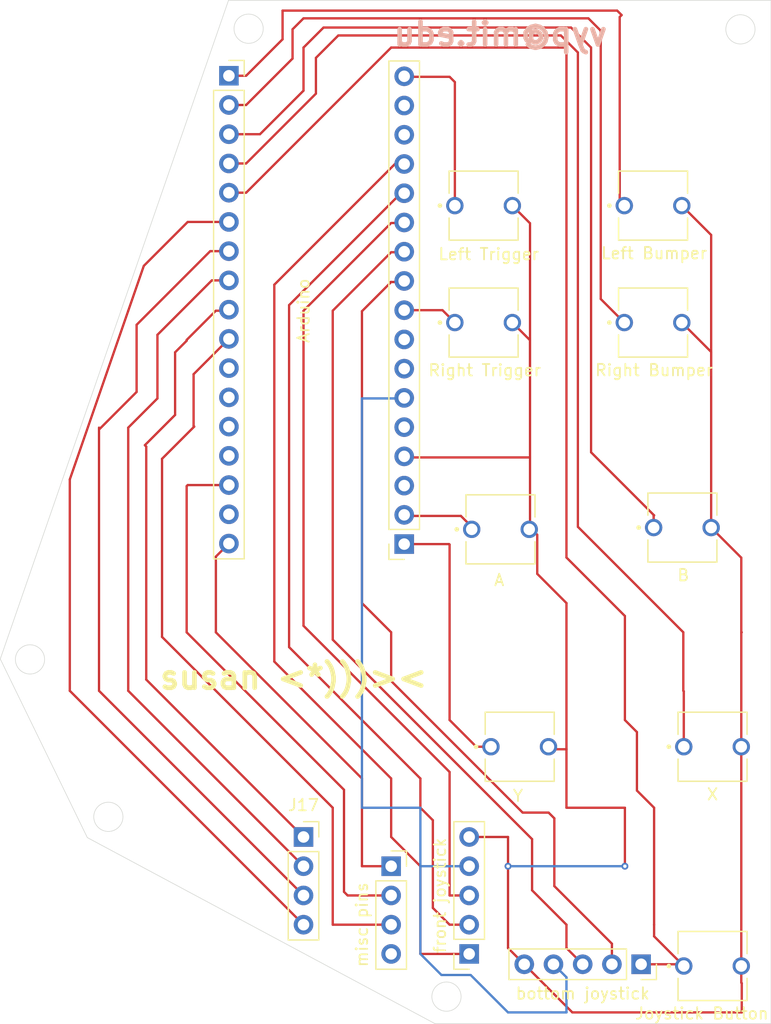
<source format=kicad_pcb>
(kicad_pcb (version 20240108) (generator "pcbnew") (generator_version "8.0")
  (layers (0 "F.Cu" signal) (31 "B.Cu" signal) (34 "B.Paste" user) (35 "F.Paste" user) (36 "B.SilkS" user "B.Silkscreen") (37 "F.SilkS" user "F.Silkscreen") (38 "B.Mask" user) (39 "F.Mask" user) (44 "Edge.Cuts" user))
  (net 0 "")
  (net 1 "/D8")
  (net 2 "/VCC")
  (net 3 "/A0")
  (net 4 "/GND")
  (net 5 "/A1")
  (net 6 "/D16")
  (net 7 "/D6")
  (net 8 "/D7")
  (net 9 "/D17")
  (net 10 "/D11")
  (net 11 "/D10")
  (net 12 "/D15")
  (net 13 "/RST")
  (net 14 "/D14")
  (net 15 "/D5")
  (net 16 "/D2")
  (net 17 "/D3")
  (net 18 "/D12")
  (net 19 "/D9")
  (net 20 "/D4")
  (net 21 "/3V")
  (net 22 "/A2")
  (net 23 "/NC")
  (net 24 "/D13")
  (net 25 "/VIN")
  (net 26 "/A3")
  (net 27 "/A5")
  (net 28 "/A4")
  (net 29 "/REF")
  (net 30 "/D0")
  (net 31 "/D1")
  (footprint "Downloads:SW_BUTT-2" (layer "F.Cu") (at 88.243682 92.654749)
    (property "Reference" "SW13")
    (property "Value" "A" (at -0.111257 4.407114 0) (layer "F.SilkS"))
    (fp_line (start -3 -3) (end 3 -3) (stroke (width 0.127)) (layer "F.SilkS"))
    (fp_line (start -3 -1.075) (end -3 -3) (stroke (width 0.127)) (layer "F.SilkS"))
    (fp_line (start -3 3) (end -3 1.075) (stroke (width 0.127)) (layer "F.SilkS"))
    (fp_line (start 3 -3) (end 3 -1.075) (stroke (width 0.127)) (layer "F.SilkS"))
    (fp_line (start 3 1.075) (end 3 3) (stroke (width 0.127)) (layer "F.SilkS"))
    (fp_line (start 3 3) (end -3 3) (stroke (width 0.127)) (layer "F.SilkS"))
    (fp_circle (center -3.8 0) (end -3.7 0) (stroke (width 0.2)) (fill none) (layer "F.SilkS"))
    (pad "1" thru_hole circle (at -2.5 0) (size 1.508 1.508) (drill 1) (layers "*.Cu" "*.Mask") (net 14 "/D14"))
    (pad "2" thru_hole circle (at 2.5 0) (size 1.508 1.508) (drill 1) (layers "*.Cu" "*.Mask") (net 4 "/GND"))
  )
  (footprint "Connector_PinSocket_2.54mm:PinSocket_1x17_P2.54mm_Vertical" (layer "F.Cu") (at 79.873417 93.935455 180)
    (property "Reference" "J4")
    (property "Value" "Arduino" (at 8.753417 20.275455 -90) (layer "F.SilkS"))
    (fp_line (start 1.33 1.27) (end 1.33 41.97) (stroke (width 0.12)) (layer "F.SilkS"))
    (fp_line (start 1.33 -1.33) (end 1.33 0) (stroke (width 0.12)) (layer "F.SilkS"))
    (fp_line (start 0 -1.33) (end 1.33 -1.33) (stroke (width 0.12)) (layer "F.SilkS"))
    (fp_line (start -1.33 41.97) (end 1.33 41.97) (stroke (width 0.12)) (layer "F.SilkS"))
    (fp_line (start -1.33 1.27) (end 1.33 1.27) (stroke (width 0.12)) (layer "F.SilkS"))
    (fp_line (start -1.33 1.27) (end -1.33 41.97) (stroke (width 0.12)) (layer "F.SilkS"))
    (pad "1" thru_hole rect (at 0 0 180) (size 1.7 1.7) (drill 1) (layers "*.Cu" "*.Mask") (net 12 "/D15"))
    (pad "2" thru_hole oval (at 0 2.54 180) (size 1.7 1.7) (drill 1) (layers "*.Cu" "*.Mask") (net 14 "/D14"))
    (pad "3" thru_hole oval (at 0 5.08 180) (size 1.7 1.7) (drill 1) (layers "*.Cu" "*.Mask") (net 25 "/VIN"))
    (pad "4" thru_hole oval (at 0 7.62 180) (size 1.7 1.7) (drill 1) (layers "*.Cu" "*.Mask") (net 4 "/GND"))
    (pad "5" thru_hole oval (at 0 10.16 180) (size 1.7 1.7) (drill 1) (layers "*.Cu" "*.Mask") (net 13 "/RST"))
    (pad "6" thru_hole oval (at 0 12.7 180) (size 1.7 1.7) (drill 1) (layers "*.Cu" "*.Mask") (net 2 "/VCC"))
    (pad "7" thru_hole oval (at 0 15.24 180) (size 1.7 1.7) (drill 1) (layers "*.Cu" "*.Mask") (net 23 "/NC"))
    (pad "8" thru_hole oval (at 0 17.78 180) (size 1.7 1.7) (drill 1) (layers "*.Cu" "*.Mask") (net 23 "/NC"))
    (pad "9" thru_hole oval (at 0 20.32 180) (size 1.7 1.7) (drill 1) (layers "*.Cu" "*.Mask") (net 27 "/A5"))
    (pad "10" thru_hole oval (at 0 22.86 180) (size 1.7 1.7) (drill 1) (layers "*.Cu" "*.Mask") (net 28 "/A4"))
    (pad "11" thru_hole oval (at 0 25.4 180) (size 1.7 1.7) (drill 1) (layers "*.Cu" "*.Mask") (net 26 "/A3"))
    (pad "12" thru_hole oval (at 0 27.94 180) (size 1.7 1.7) (drill 1) (layers "*.Cu" "*.Mask") (net 22 "/A2"))
    (pad "13" thru_hole oval (at 0 30.48 180) (size 1.7 1.7) (drill 1) (layers "*.Cu" "*.Mask") (net 5 "/A1"))
    (pad "14" thru_hole oval (at 0 33.02 180) (size 1.7 1.7) (drill 1) (layers "*.Cu" "*.Mask") (net 3 "/A0"))
    (pad "15" thru_hole oval (at 0 35.56 180) (size 1.7 1.7) (drill 1) (layers "*.Cu" "*.Mask") (net 29 "/REF"))
    (pad "16" thru_hole oval (at 0 38.1 180) (size 1.7 1.7) (drill 1) (layers "*.Cu" "*.Mask") (net 21 "/3V"))
    (pad "17" thru_hole oval (at 0 40.64 180) (size 1.7 1.7) (drill 1) (layers "*.Cu" "*.Mask") (net 24 "/D13"))
  )
  (footprint "Downloads:SW_BUTT-2" (layer "F.Cu") (at 89.916 111.539427)
    (property "Reference" "SW15")
    (property "Value" "Y" (at -0.150127 4.267728 0) (layer "F.SilkS"))
    (fp_line (start -3 -3) (end 3 -3) (stroke (width 0.127)) (layer "F.SilkS"))
    (fp_line (start -3 -1.075) (end -3 -3) (stroke (width 0.127)) (layer "F.SilkS"))
    (fp_line (start -3 3) (end -3 1.075) (stroke (width 0.127)) (layer "F.SilkS"))
    (fp_line (start 3 -3) (end 3 -1.075) (stroke (width 0.127)) (layer "F.SilkS"))
    (fp_line (start 3 1.075) (end 3 3) (stroke (width 0.127)) (layer "F.SilkS"))
    (fp_line (start 3 3) (end -3 3) (stroke (width 0.127)) (layer "F.SilkS"))
    (fp_circle (center -3.8 0) (end -3.7 0) (stroke (width 0.2)) (fill none) (layer "F.SilkS"))
    (pad "1" thru_hole circle (at -2.5 0) (size 1.508 1.508) (drill 1) (layers "*.Cu" "*.Mask") (net 12 "/D15"))
    (pad "2" thru_hole circle (at 2.5 0) (size 1.508 1.508) (drill 1) (layers "*.Cu" "*.Mask") (net 4 "/GND"))
  )
  (footprint "Downloads:SW_BUTT-2" (layer "F.Cu") (at 86.777054 64.530823)
    (property "Reference" "SW1")
    (property "Value" "Left Trigger" (at 0.443498 4.216453 0) (layer "F.SilkS"))
    (fp_line (start -3 -3) (end 3 -3) (stroke (width 0.127)) (layer "F.SilkS"))
    (fp_line (start -3 -1.075) (end -3 -3) (stroke (width 0.127)) (layer "F.SilkS"))
    (fp_line (start -3 3) (end -3 1.075) (stroke (width 0.127)) (layer "F.SilkS"))
    (fp_line (start 3 -3) (end 3 -1.075) (stroke (width 0.127)) (layer "F.SilkS"))
    (fp_line (start 3 1.075) (end 3 3) (stroke (width 0.127)) (layer "F.SilkS"))
    (fp_line (start 3 3) (end -3 3) (stroke (width 0.127)) (layer "F.SilkS"))
    (fp_circle (center -3.8 0) (end -3.7 0) (stroke (width 0.2)) (fill none) (layer "F.SilkS"))
    (pad "1" thru_hole circle (at -2.5 0) (size 1.508 1.508) (drill 1) (layers "*.Cu" "*.Mask") (net 24 "/D13"))
    (pad "2" thru_hole circle (at 2.5 0) (size 1.508 1.508) (drill 1) (layers "*.Cu" "*.Mask") (net 4 "/GND"))
  )
  (footprint "Downloads:SW_BUTT-2" (layer "F.Cu") (at 86.777054 74.690823)
    (property "Reference" "SW2")
    (property "Value" "Right Trigger" (at 0.09686 4.143628 0) (layer "F.SilkS"))
    (fp_line (start -3 -3) (end 3 -3) (stroke (width 0.127)) (layer "F.SilkS"))
    (fp_line (start -3 -1.075) (end -3 -3) (stroke (width 0.127)) (layer "F.SilkS"))
    (fp_line (start -3 3) (end -3 1.075) (stroke (width 0.127)) (layer "F.SilkS"))
    (fp_line (start 3 -3) (end 3 -1.075) (stroke (width 0.127)) (layer "F.SilkS"))
    (fp_line (start 3 1.075) (end 3 3) (stroke (width 0.127)) (layer "F.SilkS"))
    (fp_line (start 3 3) (end -3 3) (stroke (width 0.127)) (layer "F.SilkS"))
    (fp_circle (center -3.8 0) (end -3.7 0) (stroke (width 0.2)) (fill none) (layer "F.SilkS"))
    (pad "1" thru_hole circle (at -2.5 0) (size 1.508 1.508) (drill 1) (layers "*.Cu" "*.Mask") (net 27 "/A5"))
    (pad "2" thru_hole circle (at 2.5 0) (size 1.508 1.508) (drill 1) (layers "*.Cu" "*.Mask") (net 4 "/GND"))
  )
  (footprint "Downloads:SW_BUTT-2" (layer "F.Cu") (at 104.060425 92.499983)
    (property "Reference" "SW16")
    (property "Value" "B" (at 0.079575 4.135 0) (layer "F.SilkS"))
    (fp_line (start -3 -3) (end 3 -3) (stroke (width 0.127)) (layer "F.SilkS"))
    (fp_line (start -3 -1.075) (end -3 -3) (stroke (width 0.127)) (layer "F.SilkS"))
    (fp_line (start -3 3) (end -3 1.075) (stroke (width 0.127)) (layer "F.SilkS"))
    (fp_line (start 3 -3) (end 3 -1.075) (stroke (width 0.127)) (layer "F.SilkS"))
    (fp_line (start 3 1.075) (end 3 3) (stroke (width 0.127)) (layer "F.SilkS"))
    (fp_line (start 3 3) (end -3 3) (stroke (width 0.127)) (layer "F.SilkS"))
    (fp_circle (center -3.8 0) (end -3.7 0) (stroke (width 0.2)) (fill none) (layer "F.SilkS"))
    (pad "1" thru_hole circle (at -2.5 0) (size 1.508 1.508) (drill 1) (layers "*.Cu" "*.Mask") (net 11 "/D10"))
    (pad "2" thru_hole circle (at 2.5 0) (size 1.508 1.508) (drill 1) (layers "*.Cu" "*.Mask") (net 4 "/GND"))
  )
  (footprint "Connector_PinSocket_2.54mm:PinSocket_1x05_P2.54mm_Vertical" (layer "F.Cu") (at 85.52305 129.54 180)
    (property "Reference" "J1")
    (property "Value" "front joystick" (at 2.54 5.08 -90) (layer "F.SilkS"))
    (fp_line (start 1.33 1.27) (end 1.33 11.49) (stroke (width 0.12)) (layer "F.SilkS"))
    (fp_line (start 1.33 -1.33) (end 1.33 0) (stroke (width 0.12)) (layer "F.SilkS"))
    (fp_line (start 0 -1.33) (end 1.33 -1.33) (stroke (width 0.12)) (layer "F.SilkS"))
    (fp_line (start -1.33 11.49) (end 1.33 11.49) (stroke (width 0.12)) (layer "F.SilkS"))
    (fp_line (start -1.33 1.27) (end 1.33 1.27) (stroke (width 0.12)) (layer "F.SilkS"))
    (fp_line (start -1.33 1.27) (end -1.33 11.49) (stroke (width 0.12)) (layer "F.SilkS"))
    (pad "1" thru_hole rect (at 0 0 180) (size 1.7 1.7) (drill 1) (layers "*.Cu" "*.Mask") (net 3 "/A0"))
    (pad "2" thru_hole oval (at 0 2.54 180) (size 1.7 1.7) (drill 1) (layers "*.Cu" "*.Mask") (net 5 "/A1"))
    (pad "3" thru_hole oval (at 0 5.08 180) (size 1.7 1.7) (drill 1) (layers "*.Cu" "*.Mask") (net 22 "/A2"))
    (pad "4" thru_hole oval (at 0 7.62 180) (size 1.7 1.7) (drill 1) (layers "*.Cu" "*.Mask") (net 2 "/VCC"))
    (pad "5" thru_hole oval (at 0 10.16 180) (size 1.7 1.7) (drill 1) (layers "*.Cu" "*.Mask") (net 4 "/GND"))
  )
  (footprint "Downloads:SW_BUTT-2" (layer "F.Cu") (at 101.509054 64.530823)
    (property "Reference" "SW4" (hide yes))
    (property "Value" "Left Bumper" (at 0.090946 4.135 0) (layer "F.SilkS"))
    (fp_line (start -3 -3) (end 3 -3) (stroke (width 0.127)) (layer "F.SilkS"))
    (fp_line (start -3 -1.075) (end -3 -3) (stroke (width 0.127)) (layer "F.SilkS"))
    (fp_line (start -3 3) (end -3 1.075) (stroke (width 0.127)) (layer "F.SilkS"))
    (fp_line (start 3 -3) (end 3 -1.075) (stroke (width 0.127)) (layer "F.SilkS"))
    (fp_line (start 3 1.075) (end 3 3) (stroke (width 0.127)) (layer "F.SilkS"))
    (fp_line (start 3 3) (end -3 3) (stroke (width 0.127)) (layer "F.SilkS"))
    (fp_circle (center -3.8 0) (end -3.7 0) (stroke (width 0.2)) (fill none) (layer "F.SilkS"))
    (pad "1" thru_hole circle (at -2.5 0) (size 1.508 1.508) (drill 1) (layers "*.Cu" "*.Mask") (net 18 "/D12"))
    (pad "2" thru_hole circle (at 2.5 0) (size 1.508 1.508) (drill 1) (layers "*.Cu" "*.Mask") (net 4 "/GND"))
  )
  (footprint "Downloads:SW_BUTT-2" (layer "F.Cu") (at 106.68 111.539427)
    (property "Reference" "SW14")
    (property "Value" "X" (at 0 4.135 0) (layer "F.SilkS"))
    (fp_line (start -3 -3) (end 3 -3) (stroke (width 0.127)) (layer "F.SilkS"))
    (fp_line (start -3 -1.075) (end -3 -3) (stroke (width 0.127)) (layer "F.SilkS"))
    (fp_line (start -3 3) (end -3 1.075) (stroke (width 0.127)) (layer "F.SilkS"))
    (fp_line (start 3 -3) (end 3 -1.075) (stroke (width 0.127)) (layer "F.SilkS"))
    (fp_line (start 3 1.075) (end 3 3) (stroke (width 0.127)) (layer "F.SilkS"))
    (fp_line (start 3 3) (end -3 3) (stroke (width 0.127)) (layer "F.SilkS"))
    (fp_circle (center -3.8 0) (end -3.7 0) (stroke (width 0.2)) (fill none) (layer "F.SilkS"))
    (pad "1" thru_hole circle (at -2.5 0) (size 1.508 1.508) (drill 1) (layers "*.Cu" "*.Mask") (net 19 "/D9"))
    (pad "2" thru_hole circle (at 2.5 0) (size 1.508 1.508) (drill 1) (layers "*.Cu" "*.Mask") (net 4 "/GND"))
  )
  (footprint "Downloads:SW_BUTT-2" (layer "F.Cu") (at 106.68 130.589427)
    (property "Reference" "SW7")
    (property "Value" "Joystick Button" (at -0.930092 4.124987 0) (layer "F.SilkS"))
    (fp_line (start -3 -3) (end 3 -3) (stroke (width 0.127)) (layer "F.SilkS"))
    (fp_line (start -3 -1.075) (end -3 -3) (stroke (width 0.127)) (layer "F.SilkS"))
    (fp_line (start -3 3) (end -3 1.075) (stroke (width 0.127)) (layer "F.SilkS"))
    (fp_line (start 3 -3) (end 3 -1.075) (stroke (width 0.127)) (layer "F.SilkS"))
    (fp_line (start 3 1.075) (end 3 3) (stroke (width 0.127)) (layer "F.SilkS"))
    (fp_line (start 3 3) (end -3 3) (stroke (width 0.127)) (layer "F.SilkS"))
    (fp_circle (center -3.8 0) (end -3.7 0) (stroke (width 0.2)) (fill none) (layer "F.SilkS"))
    (pad "1" thru_hole circle (at -2.5 0) (size 1.508 1.508) (drill 1) (layers "*.Cu" "*.Mask") (net 1 "/D8"))
    (pad "2" thru_hole circle (at 2.5 0) (size 1.508 1.508) (drill 1) (layers "*.Cu" "*.Mask") (net 4 "/GND"))
  )
  (footprint "Connector_PinSocket_2.54mm:PinSocket_1x04_P2.54mm_Vertical" (layer "F.Cu") (at 71.12 119.38)
    (property "Reference" "J17" (at 0 -2.77 0) (layer "F.SilkS"))
    (property "Value" "d-pad pins")
    (fp_line (start -1.33 1.27) (end -1.33 8.95) (stroke (width 0.12)) (layer "F.SilkS"))
    (fp_line (start -1.33 1.27) (end 1.33 1.27) (stroke (width 0.12)) (layer "F.SilkS"))
    (fp_line (start -1.33 8.95) (end 1.33 8.95) (stroke (width 0.12)) (layer "F.SilkS"))
    (fp_line (start 0 -1.33) (end 1.33 -1.33) (stroke (width 0.12)) (layer "F.SilkS"))
    (fp_line (start 1.33 -1.33) (end 1.33 0) (stroke (width 0.12)) (layer "F.SilkS"))
    (fp_line (start 1.33 1.27) (end 1.33 8.95) (stroke (width 0.12)) (layer "F.SilkS"))
    (pad "1" thru_hole rect (at 0 0) (size 1.7 1.7) (drill 1) (layers "*.Cu" "*.Mask") (net 20 "/D4"))
    (pad "2" thru_hole oval (at 0 2.54) (size 1.7 1.7) (drill 1) (layers "*.Cu" "*.Mask") (net 15 "/D5"))
    (pad "3" thru_hole oval (at 0 5.08) (size 1.7 1.7) (drill 1) (layers "*.Cu" "*.Mask") (net 7 "/D6"))
    (pad "4" thru_hole oval (at 0 7.62) (size 1.7 1.7) (drill 1) (layers "*.Cu" "*.Mask") (net 8 "/D7"))
  )
  (footprint "Connector_PinSocket_2.54mm:PinSocket_1x05_P2.54mm_Vertical" (layer "F.Cu") (at 100.471417 130.438924 -90)
    (property "Reference" "J2" (hide yes))
    (property "Value" "bottom joystick" (at 2.54 5.08 180) (layer "F.SilkS"))
    (fp_line (start -1.33 11.49) (end 1.33 11.49) (stroke (width 0.12)) (layer "F.SilkS"))
    (fp_line (start -1.33 1.27) (end -1.33 11.49) (stroke (width 0.12)) (layer "F.SilkS"))
    (fp_line (start -1.33 1.27) (end 1.33 1.27) (stroke (width 0.12)) (layer "F.SilkS"))
    (fp_line (start 1.33 1.27) (end 1.33 11.49) (stroke (width 0.12)) (layer "F.SilkS"))
    (fp_line (start 0 -1.33) (end 1.33 -1.33) (stroke (width 0.12)) (layer "F.SilkS"))
    (fp_line (start 1.33 -1.33) (end 1.33 0) (stroke (width 0.12)) (layer "F.SilkS"))
    (pad "1" thru_hole rect (at 0 0 270) (size 1.7 1.7) (drill 1) (layers "*.Cu" "*.Mask") (net 1 "/D8"))
    (pad "2" thru_hole oval (at 0 2.54 270) (size 1.7 1.7) (drill 1) (layers "*.Cu" "*.Mask") (net 28 "/A4"))
    (pad "3" thru_hole oval (at 0 5.08 270) (size 1.7 1.7) (drill 1) (layers "*.Cu" "*.Mask") (net 26 "/A3"))
    (pad "4" thru_hole oval (at 0 7.62 270) (size 1.7 1.7) (drill 1) (layers "*.Cu" "*.Mask") (net 2 "/VCC"))
    (pad "5" thru_hole oval (at 0 10.16 270) (size 1.7 1.7) (drill 1) (layers "*.Cu" "*.Mask") (net 4 "/GND"))
  )
  (footprint "Connector_PinSocket_2.54mm:PinSocket_1x04_P2.54mm_Vertical" (layer "F.Cu") (at 78.74 121.92)
    (property "Reference" "J18")
    (property "Value" "misc pins" (at -2.54 5.08 90) (layer "F.SilkS"))
    (fp_line (start -1.33 1.27) (end -1.33 8.95) (stroke (width 0.12)) (layer "F.SilkS"))
    (fp_line (start -1.33 1.27) (end 1.33 1.27) (stroke (width 0.12)) (layer "F.SilkS"))
    (fp_line (start -1.33 8.95) (end 1.33 8.95) (stroke (width 0.12)) (layer "F.SilkS"))
    (fp_line (start 0 -1.33) (end 1.33 -1.33) (stroke (width 0.12)) (layer "F.SilkS"))
    (fp_line (start 1.33 -1.33) (end 1.33 0) (stroke (width 0.12)) (layer "F.SilkS"))
    (fp_line (start 1.33 1.27) (end 1.33 8.95) (stroke (width 0.12)) (layer "F.SilkS"))
    (pad "1" thru_hole rect (at 0 0) (size 1.7 1.7) (drill 1) (layers "*.Cu" "*.Mask") (net 6 "/D16"))
    (pad "2" thru_hole oval (at 0 2.54) (size 1.7 1.7) (drill 1) (layers "*.Cu" "*.Mask") (net 31 "/D1"))
    (pad "3" thru_hole oval (at 0 5.08) (size 1.7 1.7) (drill 1) (layers "*.Cu" "*.Mask") (net 17 "/D3"))
    (pad "4" thru_hole oval (at 0 7.62) (size 1.7 1.7) (drill 1) (layers "*.Cu" "*.Mask") (net 4 "/GND"))
  )
  (footprint "Downloads:SW_BUTT-2" (layer "F.Cu") (at 101.509054 74.690823)
    (property "Reference" "SW3")
    (property "Value" "Right Bumper" (at 0.090946 4.135 0) (layer "F.SilkS"))
    (fp_line (start -3 -3) (end 3 -3) (stroke (width 0.127)) (layer "F.SilkS"))
    (fp_line (start -3 -1.075) (end -3 -3) (stroke (width 0.127)) (layer "F.SilkS"))
    (fp_line (start -3 3) (end -3 1.075) (stroke (width 0.127)) (layer "F.SilkS"))
    (fp_line (start 3 -3) (end 3 -1.075) (stroke (width 0.127)) (layer "F.SilkS"))
    (fp_line (start 3 1.075) (end 3 3) (stroke (width 0.127)) (layer "F.SilkS"))
    (fp_line (start 3 3) (end -3 3) (stroke (width 0.127)) (layer "F.SilkS"))
    (fp_circle (center -3.8 0) (end -3.7 0) (stroke (width 0.2)) (fill none) (layer "F.SilkS"))
    (pad "1" thru_hole circle (at -2.5 0) (size 1.508 1.508) (drill 1) (layers "*.Cu" "*.Mask") (net 10 "/D11"))
    (pad "2" thru_hole circle (at 2.5 0) (size 1.508 1.508) (drill 1) (layers "*.Cu" "*.Mask") (net 4 "/GND"))
  )
  (footprint "Connector_PinSocket_2.54mm:PinSocket_1x17_P2.54mm_Vertical" (layer "F.Cu") (at 64.633417 53.248045)
    (property "Reference" "J3")
    (property "Value" "Conn_01x17_Pin" (hide yes))
    (fp_line (start -1.33 1.27) (end -1.33 41.97) (stroke (width 0.12)) (layer "F.SilkS"))
    (fp_line (start -1.33 1.27) (end 1.33 1.27) (stroke (width 0.12)) (layer "F.SilkS"))
    (fp_line (start -1.33 41.97) (end 1.33 41.97) (stroke (width 0.12)) (layer "F.SilkS"))
    (fp_line (start 0 -1.33) (end 1.33 -1.33) (stroke (width 0.12)) (layer "F.SilkS"))
    (fp_line (start 1.33 -1.33) (end 1.33 0) (stroke (width 0.12)) (layer "F.SilkS"))
    (fp_line (start 1.33 1.27) (end 1.33 41.97) (stroke (width 0.12)) (layer "F.SilkS"))
    (pad "1" thru_hole rect (at 0 0) (size 1.7 1.7) (drill 1) (layers "*.Cu" "*.Mask") (net 18 "/D12"))
    (pad "2" thru_hole oval (at 0 2.54) (size 1.7 1.7) (drill 1) (layers "*.Cu" "*.Mask") (net 10 "/D11"))
    (pad "3" thru_hole oval (at 0 5.08) (size 1.7 1.7) (drill 1) (layers "*.Cu" "*.Mask") (net 11 "/D10"))
    (pad "4" thru_hole oval (at 0 7.62) (size 1.7 1.7) (drill 1) (layers "*.Cu" "*.Mask") (net 19 "/D9"))
    (pad "5" thru_hole oval (at 0 10.16) (size 1.7 1.7) (drill 1) (layers "*.Cu" "*.Mask") (net 1 "/D8"))
    (pad "6" thru_hole oval (at 0 12.7) (size 1.7 1.7) (drill 1) (layers "*.Cu" "*.Mask") (net 8 "/D7"))
    (pad "7" thru_hole oval (at 0 15.24) (size 1.7 1.7) (drill 1) (layers "*.Cu" "*.Mask") (net 7 "/D6"))
    (pad "8" thru_hole oval (at 0 17.78) (size 1.7 1.7) (drill 1) (layers "*.Cu" "*.Mask") (net 15 "/D5"))
    (pad "9" thru_hole oval (at 0 20.32) (size 1.7 1.7) (drill 1) (layers "*.Cu" "*.Mask") (net 20 "/D4"))
    (pad "10" thru_hole oval (at 0 22.86) (size 1.7 1.7) (drill 1) (layers "*.Cu" "*.Mask") (net 17 "/D3"))
    (pad "11" thru_hole oval (at 0 25.4) (size 1.7 1.7) (drill 1) (layers "*.Cu" "*.Mask") (net 16 "/D2"))
    (pad "12" thru_hole oval (at 0 27.94) (size 1.7 1.7) (drill 1) (layers "*.Cu" "*.Mask") (net 4 "/GND"))
    (pad "13" thru_hole oval (at 0 30.48) (size 1.7 1.7) (drill 1) (layers "*.Cu" "*.Mask") (net 13 "/RST"))
    (pad "14" thru_hole oval (at 0 33.02) (size 1.7 1.7) (drill 1) (layers "*.Cu" "*.Mask") (net 30 "/D0"))
    (pad "15" thru_hole oval (at 0 35.56) (size 1.7 1.7) (drill 1) (layers "*.Cu" "*.Mask") (net 31 "/D1"))
    (pad "16" thru_hole oval (at 0 38.1) (size 1.7 1.7) (drill 1) (layers "*.Cu" "*.Mask") (net 9 "/D17"))
    (pad "17" thru_hole oval (at 0 40.64) (size 1.7 1.7) (drill 1) (layers "*.Cu" "*.Mask") (net 6 "/D16"))
  )
  (gr_line (start 64.6 46.69279) (end 44.757099 103.916044) (stroke (width 0.05)) (layer "Edge.Cuts"))
  (gr_line (start 64.6 46.69279) (end 111.76 46.69279) (stroke (width 0.05)) (layer "Edge.Cuts"))
  (gr_circle (center 83.548809 133.24832) (end 82.278809 133.24832) (stroke (width 0.05)) (fill none) (layer "Edge.Cuts"))
  (gr_circle (center 109.106096 49.217965) (end 110.376096 49.217965) (stroke (width 0.05)) (fill none) (layer "Edge.Cuts"))
  (gr_line (start 111.76 135.59279) (end 82.55 135.59279) (stroke (width 0.05)) (layer "Edge.Cuts"))
  (gr_line (start 111.76 46.69279) (end 111.76 135.59279) (stroke (width 0.05)) (layer "Edge.Cuts"))
  (gr_line (start 82.547187 135.595639) (end 52.324 119.43279) (stroke (width 0.05)) (layer "Edge.Cuts"))
  (gr_line (start 44.757099 103.916044) (end 52.324 119.43279) (stroke (width 0.05)) (layer "Edge.Cuts"))
  (gr_circle (center 47.340021 103.953322) (end 46.070021 103.953322) (stroke (width 0.05)) (fill none) (layer "Edge.Cuts"))
  (gr_circle (center 54.152909 117.630356) (end 52.882909 117.630356) (stroke (width 0.05)) (fill none) (layer "Edge.Cuts"))
  (gr_circle (center 66.346944 49.162885) (end 66.346944 47.892885) (stroke (width 0.05)) (fill none) (layer "Edge.Cuts"))
  (gr_text "vyp@mit.edu" (at 78.74 50.8 0) (layer "B.SilkS") (effects (font (size 2 2) (thickness 0.4) (bold yes)) (justify right bottom mirror)))
  (gr_text "susan <*)))><\n" (at 58.42 106.68 0) (layer "F.SilkS") (effects (font (size 2 2) (thickness 0.4) (bold yes)) (justify left bottom)))
  (segment (start 66.131955 63.408045) (end 64.633417 63.408045) (width 0.2) (layer "F.Cu") (net 1))
  (segment (start 93.98 50.8) (end 78.74 50.8) (width 0.2) (layer "F.Cu") (net 1))
  (segment (start 100.471417 130.438924) (end 104.029497 130.438924) (width 0.2) (layer "F.Cu") (net 1))
  (segment (start 101.6 127) (end 101.6 116.84) (width 0.2) (layer "F.Cu") (net 1))
  (segment (start 100.106425 110.266425) (end 99.06 109.22) (width 0.2) (layer "F.Cu") (net 1))
  (segment (start 99.06 100.181872) (end 93.98 95.101872) (width 0.2) (layer "F.Cu") (net 1))
  (segment (start 100.106425 115.346425) (end 100.106425 110.266425) (width 0.2) (layer "F.Cu") (net 1))
  (segment (start 104.029497 130.438924) (end 104.18 130.589427) (width 0.2) (layer "F.Cu") (net 1))
  (segment (start 99.06 109.22) (end 99.06 100.181872) (width 0.2) (layer "F.Cu") (net 1))
  (segment (start 101.6 128.009427) (end 101.6 127) (width 0.2) (layer "F.Cu") (net 1))
  (segment (start 101.6 116.84) (end 100.106425 115.346425) (width 0.2) (layer "F.Cu") (net 1))
  (segment (start 78.74 50.8) (end 66.131955 63.408045) (width 0.2) (layer "F.Cu") (net 1))
  (segment (start 93.98 95.101872) (end 93.98 50.8) (width 0.2) (layer "F.Cu") (net 1))
  (segment (start 104.18 130.589427) (end 101.6 128.009427) (width 0.2) (layer "F.Cu") (net 1))
  (segment (start 92.509166 130.096673) (end 92.851417 130.438924) (width 0.2) (layer "F.Cu") (net 2))
  (segment (start 83.110201 131.370201) (end 85.650201 131.370201) (width 0.2) (layer "B.Cu") (net 2))
  (segment (start 81.28 121.92) (end 85.52305 121.92) (width 0.2) (layer "B.Cu") (net 2))
  (segment (start 81.28 116.84) (end 81.28 121.92) (width 0.2) (layer "B.Cu") (net 2))
  (segment (start 76.2 116.84) (end 81.28 116.84) (width 0.2) (layer "B.Cu") (net 2))
  (segment (start 88.9 134.62) (end 93.98 134.62) (width 0.2) (layer "B.Cu") (net 2))
  (segment (start 79.873417 81.235455) (end 79.828872 81.28) (width 0.2) (layer "B.Cu") (net 2))
  (segment (start 79.828872 81.28) (end 76.2 81.28) (width 0.2) (layer "B.Cu") (net 2))
  (segment (start 85.650201 131.370201) (end 88.9 134.62) (width 0.2) (layer "B.Cu") (net 2))
  (segment (start 81.28 129.54) (end 83.110201 131.370201) (width 0.2) (layer "B.Cu") (net 2))
  (segment (start 76.2 81.28) (end 76.2 116.84) (width 0.2) (layer "B.Cu") (net 2))
  (segment (start 93.98 134.62) (end 93.98 131.567507) (width 0.2) (layer "B.Cu") (net 2))
  (segment (start 93.98 131.567507) (end 92.851417 130.438924) (width 0.2) (layer "B.Cu") (net 2))
  (segment (start 81.28 121.92) (end 81.28 129.54) (width 0.2) (layer "B.Cu") (net 2))
  (segment (start 68.58 104.14) (end 78.74 114.3) (width 0.2) (layer "F.Cu") (net 3))
  (segment (start 79.067388 60.915455) (end 68.58 71.402843) (width 0.2) (layer "F.Cu") (net 3))
  (segment (start 81.28 129.54) (end 85.52305 129.54) (width 0.2) (layer "F.Cu") (net 3))
  (segment (start 79.873417 60.915455) (end 79.067388 60.915455) (width 0.2) (layer "F.Cu") (net 3))
  (segment (start 81.28 121.92) (end 81.28 129.54) (width 0.2) (layer "F.Cu") (net 3))
  (segment (start 78.74 114.3) (end 78.74 119.38) (width 0.2) (layer "F.Cu") (net 3))
  (segment (start 78.74 119.38) (end 81.28 121.92) (width 0.2) (layer "F.Cu") (net 3))
  (segment (start 68.58 71.402843) (end 68.58 104.14) (width 0.2) (layer "F.Cu") (net 3))
  (segment (start 104.009054 64.530823) (end 106.560425 67.082194) (width 0.2) (layer "F.Cu") (net 4))
  (segment (start 90.812425 66.066194) (end 90.812425 78.74) (width 0.2) (layer "F.Cu") (net 4))
  (segment (start 90.812425 78.74) (end 90.812425 92.499983) (width 0.2) (layer "F.Cu") (net 4))
  (segment (start 91.44 93.127558) (end 91.44 96.52) (width 0.2) (layer "F.Cu") (net 4))
  (segment (start 99.06 116.84) (end 93.98 116.84) (width 0.2) (layer "F.Cu") (net 4))
  (segment (start 89.277054 74.690823) (end 90.812425 76.226194) (width 0.2) (layer "F.Cu") (net 4))
  (segment (start 79.965372 86.40741) (end 90.765015 86.40741) (width 0.2) (layer "F.Cu") (net 4))
  (segment (start 88.9 121.92) (end 88.9 129.027507) (width 0.2) (layer "F.Cu") (net 4))
  (segment (start 93.98 111.76) (end 92.636573 111.76) (width 0.2) (layer "F.Cu") (net 4))
  (segment (start 93.98 116.84) (end 93.98 111.76) (width 0.2) (layer "F.Cu") (net 4))
  (segment (start 106.560425 67.082194) (end 106.560425 78.74) (width 0.2) (layer "F.Cu") (net 4))
  (segment (start 85.52305 119.38) (end 88.9 119.38) (width 0.2) (layer "F.Cu") (net 4))
  (segment (start 88.9 129.027507) (end 90.311417 130.438924) (width 0.2) (layer "F.Cu") (net 4))
  (segment (start 91.44 96.52) (end 93.98 99.06) (width 0.2) (layer "F.Cu") (net 4))
  (segment (start 90.765015 86.40741) (end 90.812425 86.36) (width 0.2) (layer "F.Cu") (net 4))
  (segment (start 88.9 119.38) (end 88.9 121.92) (width 0.2) (layer "F.Cu") (net 4))
  (segment (start 79.873417 86.315455) (end 79.965372 86.40741) (width 0.2) (layer "F.Cu") (net 4))
  (segment (start 106.560425 77.242194) (end 106.560425 78.74) (width 0.2) (layer "F.Cu") (net 4))
  (segment (start 106.560425 78.74) (end 106.560425 92.499983) (width 0.2) (layer "F.Cu") (net 4))
  (segment (start 109.22 132.08) (end 109.18 132.04) (width 0.2) (layer "F.Cu") (net 4))
  (segment (start 99.06 121.92) (end 99.06 116.84) (width 0.2) (layer "F.Cu") (net 4))
  (segment (start 109.18 101.64) (end 109.18 95.119558) (width 0.2) (layer "F.Cu") (net 4))
  (segment (start 89.277054 64.530823) (end 90.812425 66.066194) (width 0.2) (layer "F.Cu") (net 4))
  (segment (start 90.311417 130.438924) (end 94.492493 134.62) (width 0.2) (layer "F.Cu") (net 4))
  (segment (start 88.888286 121.931714) (end 88.9 121.92) (width 0.2) (layer "F.Cu") (net 4))
  (segment (start 109.18 130.589427) (end 109.18 111.539427) (width 0.2) (layer "F.Cu") (net 4))
  (segment (start 90.812425 92.499983) (end 91.44 93.127558) (width 0.2) (layer "F.Cu") (net 4))
  (segment (start 109.18 95.119558) (end 106.560425 92.499983) (width 0.2) (layer "F.Cu") (net 4))
  (segment (start 92.636573 111.76) (end 92.416 111.539427) (width 0.2) (layer "F.Cu") (net 4))
  (segment (start 94.492493 134.62) (end 109.22 134.62) (width 0.2) (layer "F.Cu") (net 4))
  (segment (start 109.22 134.62) (end 109.22 132.08) (width 0.2) (layer "F.Cu") (net 4))
  (segment (start 109.18 101.64) (end 109.22 101.6) (width 0.2) (layer "F.Cu") (net 4))
  (segment (start 90.812425 76.226194) (end 90.812425 78.74) (width 0.2) (layer "F.Cu") (net 4))
  (segment (start 104.009054 74.690823) (end 106.560425 77.242194) (width 0.2) (layer "F.Cu") (net 4))
  (segment (start 109.18 111.539427) (end 109.18 101.64) (width 0.2) (layer "F.Cu") (net 4))
  (segment (start 93.98 99.06) (end 93.98 111.76) (width 0.2) (layer "F.Cu") (net 4))
  (segment (start 109.18 132.04) (end 109.18 130.589427) (width 0.2) (layer "F.Cu") (net 4))
  (via (at 88.9 121.92) (size 0.6) (drill 0.3) (layers "F.Cu" "B.Cu") (net 4))
  (via (at 99.06 121.92) (size 0.6) (drill 0.3) (layers "F.Cu" "B.Cu") (net 4))
  (segment (start 88.9 121.92) (end 99.06 121.92) (width 0.2) (layer "B.Cu") (net 4))
  (segment (start 69.866383 73.173617) (end 69.866383 102.886383) (width 0.2) (layer "F.Cu") (net 5))
  (segment (start 82.363565 117.923565) (end 82.363565 125.543565) (width 0.2) (layer "F.Cu") (net 5))
  (segment (start 81.28 114.3) (end 81.28 116.84) (width 0.2) (layer "F.Cu") (net 5))
  (segment (start 79.873417 63.455455) (end 79.584545 63.455455) (width 0.2) (layer "F.Cu") (net 5))
  (segment (start 79.584545 63.455455) (end 69.866383 73.173617) (width 0.2) (layer "F.Cu") (net 5))
  (segment (start 82.363565 125.543565) (end 83.82 127) (width 0.2) (layer "F.Cu") (net 5))
  (segment (start 81.28 116.84) (end 82.363565 117.923565) (width 0.2) (layer "F.Cu") (net 5))
  (segment (start 69.866383 102.886383) (end 81.28 114.3) (width 0.2) (layer "F.Cu") (net 5))
  (segment (start 83.82 127) (end 85.52305 127) (width 0.2) (layer "F.Cu") (net 5))
  (segment (start 76.2 121.92) (end 78.74 121.92) (width 0.2) (layer "F.Cu") (net 6))
  (segment (start 63.5 95.021462) (end 64.633417 93.888045) (width 0.2) (layer "F.Cu") (net 6))
  (segment (start 63.5 101.6) (end 63.5 95.021462) (width 0.2) (layer "F.Cu") (net 6))
  (segment (start 76.2 114.3) (end 63.5 101.6) (width 0.2) (layer "F.Cu") (net 6))
  (segment (start 76.2 121.92) (end 76.2 114.3) (width 0.2) (layer "F.Cu") (net 6))
  (segment (start 56.608278 80.719322) (end 55.9638 81.3638) (width 0.2) (layer "F.Cu") (net 7))
  (segment (start 56.608278 74.886316) (end 56.608278 80.719322) (width 0.2) (layer "F.Cu") (net 7))
  (segment (start 64.633417 68.488045) (end 63.006549 68.488045) (width 0.2) (layer "F.Cu") (net 7))
  (segment (start 71.12 124.46) (end 53.34 106.68) (width 0.2) (layer "F.Cu") (net 7))
  (segment (start 53.34 83.9876) (end 53.34 83.82) (width 0.2) (layer "F.Cu") (net 7))
  (segment (start 55.9638 81.3638) (end 53.34 83.9876) (width 0.2) (layer "F.Cu") (net 7))
  (segment (start 63.006549 68.488045) (end 56.608278 74.886316) (width 0.2) (layer "F.Cu") (net 7))
  (segment (start 53.34 106.68) (end 53.34 83.9876) (width 0.2) (layer "F.Cu") (net 7))
  (segment (start 55.88 73.671023) (end 55.885851 73.654149) (width 0.2) (layer "F.Cu") (net 8))
  (segment (start 50.8 88.320802) (end 57.234179 69.765821) (width 0.2) (layer "F.Cu") (net 8))
  (segment (start 61.051955 65.948045) (end 64.633417 65.948045) (width 0.2) (layer "F.Cu") (net 8))
  (segment (start 50.8 106.68) (end 50.8 88.320802) (width 0.2) (layer "F.Cu") (net 8))
  (segment (start 71.12 127) (end 50.8 106.68) (width 0.2) (layer "F.Cu") (net 8))
  (segment (start 57.234179 69.765821) (end 61.051955 65.948045) (width 0.2) (layer "F.Cu") (net 8))
  (segment (start 64.541462 91.44) (end 64.633417 91.348045) (width 0.2) (layer "F.Cu") (net 9))
  (segment (start 96.960106 49.334421) (end 96.960106 72.641875) (width 0.2) (layer "F.Cu") (net 10))
  (segment (start 95.885685 48.26) (end 96.960106 49.334421) (width 0.2) (layer "F.Cu") (net 10))
  (segment (start 70.166651 49.213349) (end 71.12 48.26) (width 0.2) (layer "F.Cu") (net 10))
  (segment (start 71.12 48.26) (end 95.885685 48.26) (width 0.2) (layer "F.Cu") (net 10))
  (segment (start 70.166651 51.753349) (end 70.166651 49.213349) (width 0.2) (layer "F.Cu") (net 10))
  (segment (start 64.633417 55.788045) (end 66.131955 55.788045) (width 0.2) (layer "F.Cu") (net 10))
  (segment (start 96.960106 72.641875) (end 99.009054 74.690823) (width 0.2) (layer "F.Cu") (net 10))
  (segment (start 66.131955 55.788045) (end 70.166651 51.753349) (width 0.2) (layer "F.Cu") (net 10))
  (segment (start 101.6 91.44) (end 101.560425 91.479575) (width 0.2) (layer "F.Cu") (net 11))
  (segment (start 64.633417 58.328045) (end 67.334036 58.328045) (width 0.2) (layer "F.Cu") (net 11))
  (segment (start 94.38 49.06) (end 96.12 50.8) (width 0.2) (layer "F.Cu") (net 11))
  (segment (start 71.12 54.542081) (end 71.12 50.8) (width 0.2) (layer "F.Cu") (net 11))
  (segment (start 96.12 50.8) (end 96.12 85.96) (width 0.2) (layer "F.Cu") (net 11))
  (segment (start 96.12 85.96) (end 101.6 91.44) (width 0.2) (layer "F.Cu") (net 11))
  (segment (start 67.334036 58.328045) (end 71.12 54.542081) (width 0.2) (layer "F.Cu") (net 11))
  (segment (start 101.560425 91.479575) (end 101.560425 92.499983) (width 0.2) (layer "F.Cu") (net 11))
  (segment (start 72.86 49.06) (end 94.38 49.06) (width 0.2) (layer "F.Cu") (net 11))
  (segment (start 71.12 50.8) (end 72.86 49.06) (width 0.2) (layer "F.Cu") (net 11))
  (segment (start 86.139427 111.539427) (end 83.82 109.22) (width 0.2) (layer "F.Cu") (net 12))
  (segment (start 83.775455 93.935455) (end 79.873417 93.935455) (width 0.2) (layer "F.Cu") (net 12))
  (segment (start 87.416 111.539427) (end 86.139427 111.539427) (width 0.2) (layer "F.Cu") (net 12))
  (segment (start 83.82 109.22) (end 83.82 93.98) (width 0.2) (layer "F.Cu") (net 12))
  (segment (start 83.82 93.98) (end 83.775455 93.935455) (width 0.2) (layer "F.Cu") (net 12))
  (segment (start 79.965372 91.48741) (end 84.799852 91.48741) (width 0.2) (layer "F.Cu") (net 14))
  (segment (start 79.873417 91.395455) (end 79.965372 91.48741) (width 0.2) (layer "F.Cu") (net 14))
  (segment (start 84.799852 91.48741) (end 85.812425 92.499983) (width 0.2) (layer "F.Cu") (net 14))
  (segment (start 63.145915 71.028045) (end 58.42 75.75396) (width 0.2) (layer "F.Cu") (net 15))
  (segment (start 64.633417 71.028045) (end 63.145915 71.028045) (width 0.2) (layer "F.Cu") (net 15))
  (segment (start 55.88 83.82) (end 55.88 106.68) (width 0.2) (layer "F.Cu") (net 15))
  (segment (start 58.42 81.28) (end 55.88 83.82) (width 0.2) (layer "F.Cu") (net 15))
  (segment (start 55.88 106.68) (end 71.12 121.92) (width 0.2) (layer "F.Cu") (net 15))
  (segment (start 58.42 75.75396) (end 58.42 81.28) (width 0.2) (layer "F.Cu") (net 15))
  (segment (start 64.541462 78.74) (end 64.633417 78.648045) (width 0.2) (layer "F.Cu") (net 16))
  (segment (start 64.633417 76.108045) (end 61.563737 79.177725) (width 0.2) (layer "F.Cu") (net 17))
  (segment (start 58.82 102) (end 73.66 116.84) (width 0.2) (layer "F.Cu") (net 17))
  (segment (start 61.563737 83.674141) (end 61.617641 83.728045) (width 0.2) (layer "F.Cu") (net 17))
  (segment (start 58.82 86.525686) (end 58.82 102) (width 0.2) (layer "F.Cu") (net 17))
  (segment (start 61.563737 79.177725) (end 61.563737 83.674141) (width 0.2) (layer "F.Cu") (net 17))
  (segment (start 73.66 116.84) (end 73.66 127) (width 0.2) (layer "F.Cu") (net 17))
  (segment (start 61.617641 83.728045) (end 58.82 86.525686) (width 0.2) (layer "F.Cu") (net 17))
  (segment (start 73.66 127) (end 78.74 127) (width 0.2) (layer "F.Cu") (net 17))
  (segment (start 98.609054 48.14526) (end 98.609054 64.130823) (width 0.2) (layer "F.Cu") (net 18))
  (segment (start 98.389246 47.589246) (end 98.777157 47.977157) (width 0.2) (layer "F.Cu") (net 18))
  (segment (start 69.29876 50.08124) (end 69.29876 47.589246) (width 0.2) (layer "F.Cu") (net 18))
  (segment (start 69.29876 47.589246) (end 98.389246 47.589246) (width 0.2) (layer "F.Cu") (net 18))
  (segment (start 66.131955 53.248045) (end 69.29876 50.08124) (width 0.2) (layer "F.Cu") (net 18))
  (segment (start 64.633417 53.248045) (end 66.131955 53.248045) (width 0.2) (layer "F.Cu") (net 18))
  (segment (start 98.609054 64.130823) (end 99.009054 64.530823) (width 0.2) (layer "F.Cu") (net 18))
  (segment (start 98.777157 47.977157) (end 98.609054 48.14526) (width 0.2) (layer "F.Cu") (net 18))
  (segment (start 104.18 106.72) (end 104.18 111.539427) (width 0.2) (layer "F.Cu") (net 19))
  (segment (start 66.131955 60.868045) (end 72.197679 54.802321) (width 0.2) (layer "F.Cu") (net 19))
  (segment (start 94.972454 51.226769) (end 94.972454 92.432454) (width 0.2) (layer "F.Cu") (net 19))
  (segment (start 93.494329 49.748644) (end 94.972454 51.226769) (width 0.2) (layer "F.Cu") (net 19))
  (segment (start 94.972454 92.432454) (end 104.14 101.6) (width 0.2) (layer "F.Cu") (net 19))
  (segment (start 104.14 106.68) (end 104.18 106.72) (width 0.2) (layer "F.Cu") (net 19))
  (segment (start 104.14 101.6) (end 104.14 106.68) (width 0.2) (layer "F.Cu") (net 19))
  (segment (start 74.145671 49.748644) (end 93.494329 49.748644) (width 0.2) (layer "F.Cu") (net 19))
  (segment (start 72.197679 54.802321) (end 72.197679 51.696636) (width 0.2) (layer "F.Cu") (net 19))
  (segment (start 64.633417 60.868045) (end 66.131955 60.868045) (width 0.2) (layer "F.Cu") (net 19))
  (segment (start 72.197679 51.696636) (end 74.145671 49.748644) (width 0.2) (layer "F.Cu") (net 19))
  (segment (start 64.633417 73.568045) (end 64.541462 73.66) (width 0.2) (layer "F.Cu") (net 20))
  (segment (start 64.540279 73.661183) (end 64.633417 73.568045) (width 0.2) (layer "F.Cu") (net 20))
  (segment (start 57.326691 85.34419) (end 57.446346 85.463845) (width 0.2) (layer "F.Cu") (net 20))
  (segment (start 59.956323 82.714558) (end 57.326691 85.34419) (width 0.2) (layer "F.Cu") (net 20))
  (segment (start 57.446346 105.706346) (end 71.12 119.38) (width 0.2) (layer "F.Cu") (net 20))
  (segment (start 59.956323 77.274632) (end 59.956323 82.714558) (width 0.2) (layer "F.Cu") (net 20))
  (segment (start 63.5 73.66) (end 60.96 76.2) (width 0.2) (layer "F.Cu") (net 20))
  (segment (start 60.96 76.2) (end 60.96 76.270955) (width 0.2) (layer "F.Cu") (net 20))
  (segment (start 60.96 76.270955) (end 59.956323 77.274632) (width 0.2) (layer "F.Cu") (net 20))
  (segment (start 64.541462 73.66) (end 63.5 73.66) (width 0.2) (layer "F.Cu") (net 20))
  (segment (start 57.446346 85.463845) (end 57.446346 105.706346) (width 0.2) (layer "F.Cu") (net 20))
  (segment (start 78.74 66.04) (end 71.12 73.66) (width 0.2) (layer "F.Cu") (net 22))
  (segment (start 71.12 101.034314) (end 83.82 113.734314) (width 0.2) (layer "F.Cu") (net 22))
  (segment (start 83.82 113.734314) (end 83.82 124.46) (width 0.2) (layer "F.Cu") (net 22))
  (segment (start 79.828872 66.04) (end 78.74 66.04) (width 0.2) (layer "F.Cu") (net 22))
  (segment (start 79.873417 65.995455) (end 79.828872 66.04) (width 0.2) (layer "F.Cu") (net 22))
  (segment (start 83.82 124.46) (end 85.52305 124.46) (width 0.2) (layer "F.Cu") (net 22))
  (segment (start 71.12 73.66) (end 71.12 101.034314) (width 0.2) (layer "F.Cu") (net 22))
  (segment (start 79.917962 53.34) (end 79.873417 53.295455) (width 0.2) (layer "F.Cu") (net 24))
  (segment (start 83.82 53.34) (end 79.917962 53.34) (width 0.2) (layer "F.Cu") (net 24))
  (segment (start 84.277054 64.530823) (end 84.277054 53.797054) (width 0.2) (layer "F.Cu") (net 24))
  (segment (start 84.277054 53.797054) (end 83.82 53.34) (width 0.2) (layer "F.Cu") (net 24))
  (segment (start 93.98 127) (end 90.991471 124.011471) (width 0.2) (layer "F.Cu") (net 26))
  (segment (start 73.66 73.66) (end 78.74 68.58) (width 0.2) (layer "F.Cu") (net 26))
  (segment (start 78.74 68.58) (end 79.828872 68.58) (width 0.2) (layer "F.Cu") (net 26))
  (segment (start 90.991471 119.569891) (end 73.66 102.23842) (width 0.2) (layer "F.Cu") (net 26))
  (segment (start 95.391417 130.438924) (end 93.98 129.027507) (width 0.2) (layer "F.Cu") (net 26))
  (segment (start 79.828872 68.58) (end 79.873417 68.535455) (width 0.2) (layer "F.Cu") (net 26))
  (segment (start 90.991471 124.011471) (end 90.991471 119.569891) (width 0.2) (layer "F.Cu") (net 26))
  (segment (start 73.66 102.23842) (end 73.66 73.66) (width 0.2) (layer "F.Cu") (net 26))
  (segment (start 93.98 129.027507) (end 93.98 127) (width 0.2) (layer "F.Cu") (net 26))
  (segment (start 79.873417 73.615455) (end 83.201686 73.615455) (width 0.2) (layer "F.Cu") (net 27))
  (segment (start 83.201686 73.615455) (end 84.277054 74.690823) (width 0.2) (layer "F.Cu") (net 27))
  (segment (start 84.277054 74.690823) (end 84.277054 74.117054) (width 0.2) (layer "F.Cu") (net 27))
  (segment (start 90.17 117.261471) (end 92.427156 117.261471) (width 0.2) (layer "F.Cu") (net 28))
  (segment (start 78.74 105.831471) (end 90.17 117.261471) (width 0.2) (layer "F.Cu") (net 28))
  (segment (start 92.925328 117.759643) (end 92.925328 123.646161) (width 0.2) (layer "F.Cu") (net 28))
  (segment (start 76.2 99.06) (end 78.74 101.6) (width 0.2) (layer "F.Cu") (net 28))
  (segment (start 78.74 71.16741) (end 76.2 73.70741) (width 0.2) (layer "F.Cu") (net 28))
  (segment (start 92.925328 123.646161) (end 97.931417 128.65225) (width 0.2) (layer "F.Cu") (net 28))
  (segment (start 97.931417 128.65225) (end 97.931417 130.438924) (width 0.2) (layer "F.Cu") (net 28))
  (segment (start 76.2 73.70741) (end 76.2 99.06) (width 0.2) (layer "F.Cu") (net 28))
  (segment (start 78.69259 71.16741) (end 78.74 71.16741) (width 0.2) (layer "F.Cu") (net 28))
  (segment (start 78.74 71.16741) (end 79.781462 71.16741) (width 0.2) (layer "F.Cu") (net 28))
  (segment (start 78.74 101.6) (end 78.74 105.831471) (width 0.2) (layer "F.Cu") (net 28))
  (segment (start 92.427156 117.261471) (end 92.925328 117.759643) (width 0.2) (layer "F.Cu") (net 28))
  (segment (start 79.781462 71.16741) (end 79.873417 71.075455) (width 0.2) (layer "F.Cu") (net 28))
  (segment (start 64.541462 86.36) (end 64.633417 86.268045) (width 0.2) (layer "F.Cu") (net 30))
  (segment (start 74.639396 115.279396) (end 60.96 101.6) (width 0.2) (layer "F.Cu") (net 31))
  (segment (start 60.96 88.9) (end 61.051955 88.808045) (width 0.2) (layer "F.Cu") (net 31))
  (segment (start 61.051955 88.808045) (end 64.633417 88.808045) (width 0.2) (layer "F.Cu") (net 31))
  (segment (start 60.96 101.6) (end 60.96 88.9) (width 0.2) (layer "F.Cu") (net 31))
  (segment (start 74.639396 124.144569) (end 74.639396 115.279396) (width 0.2) (layer "F.Cu") (net 31))
  (segment (start 78.74 124.46) (end 74.954827 124.46) (width 0.2) (layer "F.Cu") (net 31))
  (segment (start 64.541462 88.9) (end 64.633417 88.808045) (width 0.2) (layer "F.Cu") (net 31))
  (segment (start 74.954827 124.46) (end 74.639396 124.144569) (width 0.2) (layer "F.Cu") (net 31))
)
</source>
